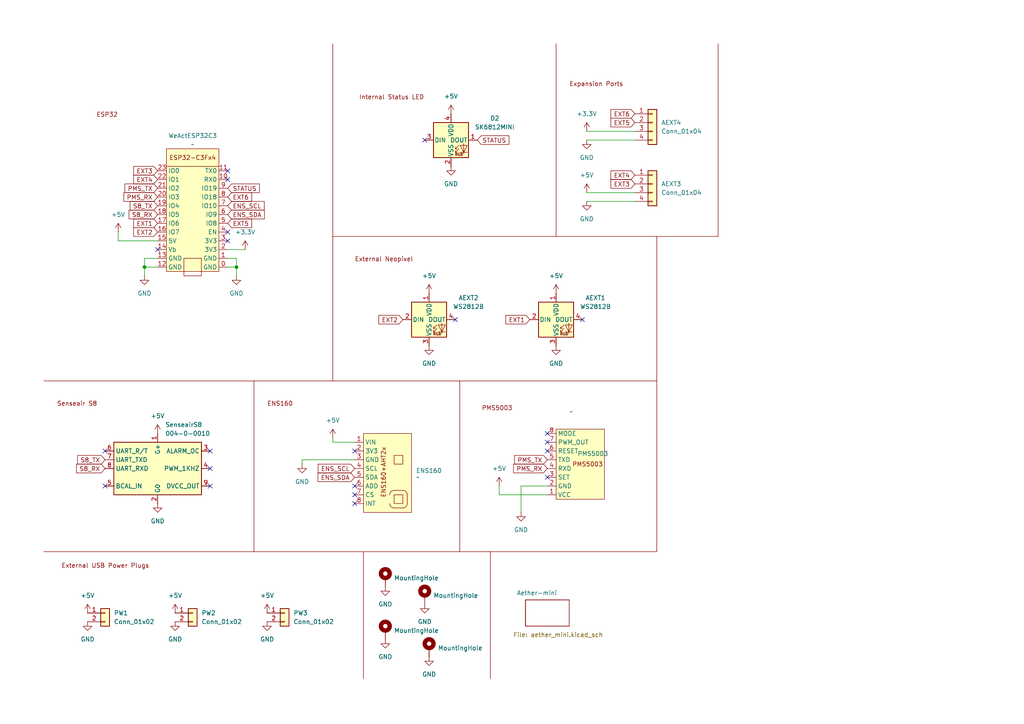
<source format=kicad_sch>
(kicad_sch (version 20231120) (generator "eeschema") (generator_version "8.0")
  (paper "A4")
  (lib_symbols
    (symbol "0_LEDs:WS2812B" (pin_names (offset 0.254))
      (property "Reference" "D1" (at 11.43 6.3186 0))
      (property "Value" "WS2812B" (at 11.43 3.7786 0))
      (symbol "WS2812B_0_0"
        (text "RGB" (at 2.286 -4.191 0) (effects (font (size 0.762 0.762))))
      )
      (symbol "WS2812B_0_1"
        (polyline (pts (xy 1.27 -3.556) (xy 1.778 -3.556)))
        (polyline (pts (xy 1.27 -2.54) (xy 1.778 -2.54)))
        (polyline (pts (xy 4.699 -3.556) (xy 2.667 -3.556)))
        (polyline (pts (xy 2.286 -2.54) (xy 1.27 -3.556) (xy 1.27 -3.048)))
        (polyline (pts (xy 2.286 -1.524) (xy 1.27 -2.54) (xy 1.27 -2.032)))
        (polyline (pts (xy 3.683 -1.016) (xy 3.683 -3.556) (xy 3.683 -4.064)))
        (polyline (pts (xy 4.699 -1.524) (xy 2.667 -1.524) (xy 3.683 -3.556) (xy 4.699 -1.524)))
        (rectangle (start 5.08 5.08) (end -5.08 -5.08) (stroke (width 0.254)) (fill (type background)))
      )
      (symbol "WS2812B_1_1"
        (pin power_in line (at 0 7.62 270) (length 2.54) (name "VDD") (number "1"))
        (pin input line (at -7.62 0 0) (length 2.54) (name "DIN") (number "2"))
        (pin power_in line (at 0 -7.62 90) (length 2.54) (name "VSS") (number "3"))
        (pin output line (at 7.62 0 180) (length 2.54) (name "DOUT") (number "4"))
      )
    )
    (symbol "0_MCU:WeAct_ESP32_C3_Core_Board"
      (property "Reference" "U" (at 0 10.922 0))
      (symbol "WeAct_ESP32_C3_Core_Board_0_1"
        (rectangle (start -2.54 3.81) (end 2.54 -1.27))
        (polyline (pts (xy -7.62 30.48) (xy 7.62 30.48)))
      )
      (symbol "WeAct_ESP32_C3_Core_Board_1_1"
        (rectangle (start -7.62 35.56) (end 7.62 0) (fill (type background)))
        (text "ESP32-C3Fx4" (at 0 33.02 0) (effects (font (size 1.27 1.27))))
        (pin passive line (at 10.16 1.27 180) (length 2.54) (name "GND") (number "0"))
        (pin passive line (at 10.16 3.81 180) (length 2.54) (name "GND") (number "1"))
        (pin passive line (at 10.16 26.67 180) (length 2.54) (name "RX0") (number "10"))
        (pin passive line (at 10.16 29.21 180) (length 2.54) (name "TX0") (number "11"))
        (pin passive line (at -10.16 1.27 0) (length 2.54) (name "GND") (number "12"))
        (pin passive line (at -10.16 3.81 0) (length 2.54) (name "GND") (number "13"))
        (pin passive line (at -10.16 6.35 0) (length 2.54) (name "Vb") (number "14"))
        (pin passive line (at -10.16 8.89 0) (length 2.54) (name "5V") (number "15"))
        (pin passive line (at -10.16 11.43 0) (length 2.54) (name "IO7") (number "16"))
        (pin passive line (at -10.16 13.97 0) (length 2.54) (name "IO6") (number "17"))
        (pin passive line (at -10.16 16.51 0) (length 2.54) (name "IO5") (number "18"))
        (pin passive line (at -10.16 19.05 0) (length 2.54) (name "IO4") (number "19"))
        (pin passive line (at 10.16 6.35 180) (length 2.54) (name "3V3") (number "2"))
        (pin passive line (at -10.16 21.59 0) (length 2.54) (name "IO3") (number "20"))
        (pin passive line (at -10.16 24.13 0) (length 2.54) (name "IO2") (number "21"))
        (pin passive line (at -10.16 26.67 0) (length 2.54) (name "IO1") (number "22"))
        (pin passive line (at -10.16 29.21 0) (length 2.54) (name "IO0") (number "23"))
        (pin passive line (at 10.16 8.89 180) (length 2.54) (name "3V3") (number "3"))
        (pin passive line (at 10.16 11.43 180) (length 2.54) (name "EN") (number "4"))
        (pin passive line (at 10.16 13.97 180) (length 2.54) (name "IO8") (number "5"))
        (pin passive line (at 10.16 16.51 180) (length 2.54) (name "IO9") (number "6"))
        (pin passive line (at 10.16 19.05 180) (length 2.54) (name "IO10") (number "7"))
        (pin passive line (at 10.16 21.59 180) (length 2.54) (name "IO18") (number "8"))
        (pin passive line (at 10.16 24.13 180) (length 2.54) (name "IO19") (number "9"))
      )
    )
    (symbol "0_Sensors:ENS160+AHT2x"
      (property "Reference" "U" (at 6.096 10.414 90))
      (symbol "ENS160+AHT2x_1_1"
        (polyline (pts (xy 6.35 -10.16) (xy 3.81 -10.16)))
        (polyline (pts (xy 6.35 -5.08) (xy 3.81 -5.08)))
        (polyline (pts (xy 7.62 -6.35) (xy 7.62 -8.89)))
        (arc (start 2.54 -8.89) (mid 2.912 -9.788) (end 3.81 -10.16))
        (arc (start 3.81 -5.08) (mid 2.912 -5.452) (end 2.54 -6.35))
        (arc (start 6.35 -10.16) (mid 7.248 -9.788) (end 7.62 -8.89))
        (rectangle (start 6.35 -6.35) (end 3.81 -8.89))
        (rectangle (start 6.35 5.08) (end 3.81 2.54))
        (arc (start 7.62 -6.35) (mid 7.248 -5.452) (end 6.35 -5.08))
        (rectangle (start 8.89 11.43) (end -5.08 -11.43) (fill (type background)))
        (text "ENS160+AHT2x" (at 0.762 0.254 900) (effects (font (size 1.27 1.27))))
        (pin input line (at -7.62 8.89 0) (length 2.54) (name "VIN") (number "1"))
        (pin passive line (at -7.62 6.35 0) (length 2.54) (name "3V3") (number "2"))
        (pin input line (at -7.62 3.81 0) (length 2.54) (name "GND") (number "3"))
        (pin bidirectional line (at -7.62 1.27 0) (length 2.54) (name "SCL") (number "4"))
        (pin bidirectional line (at -7.62 -1.27 0) (length 2.54) (name "SDA") (number "5"))
        (pin passive line (at -7.62 -3.81 0) (length 2.54) (name "ADD") (number "6"))
        (pin passive line (at -7.62 -6.35 0) (length 2.54) (name "CS") (number "7"))
        (pin passive line (at -7.62 -8.89 0) (length 2.54) (name "INT") (number "8"))
      )
    )
    (symbol "0_Sensors:PMS5003"
      (property "Reference" "U" (at 7.874 8.128 0))
      (symbol "PMS5003_1_1"
        (rectangle (start -2.54 10.16) (end 11.43 -10.16) (fill (type background)))
        (text "PMS5003" (at 6.604 0 0) (effects (font (size 1.27 1.27))))
        (pin power_in line (at -5.08 -8.89 0) (length 2.54) (name "VCC") (number "1"))
        (pin power_in line (at -5.08 -6.35 0) (length 2.54) (name "GND") (number "2"))
        (pin input line (at -5.08 -3.81 0) (length 2.54) (name "SET") (number "3"))
        (pin input line (at -5.08 -1.27 0) (length 2.54) (name "RXD") (number "4"))
        (pin output line (at -5.08 1.27 0) (length 2.54) (name "TXD") (number "5"))
        (pin input line (at -5.08 3.81 0) (length 2.54) (name "RESET") (number "6"))
        (pin output line (at -5.08 6.35 0) (length 2.54) (name "PWM_OUT") (number "7"))
        (pin input line (at -5.08 8.89 0) (length 2.54) (name "MODE") (number "8"))
      )
    )
    (symbol "Connector_Generic:Conn_01x02" (pin_names (offset 1.016) hide)
      (property "Reference" "J" (at 0 2.54 0))
      (property "Value" "Conn_01x02" (at 0 -5.08 0))
      (symbol "Conn_01x02_1_1"
        (rectangle (start -1.27 -2.413) (end 0 -2.667) (stroke (width 0.1524)))
        (rectangle (start -1.27 0.127) (end 0 -0.127) (stroke (width 0.1524)))
        (rectangle (start -1.27 1.27) (end 1.27 -3.81) (stroke (width 0.254)) (fill (type background)))
        (pin passive line (at -5.08 0 0) (length 3.81) (name "Pin_1") (number "1"))
        (pin passive line (at -5.08 -2.54 0) (length 3.81) (name "Pin_2") (number "2"))
      )
    )
    (symbol "Connector_Generic:Conn_01x04" (pin_names (offset 1.016) hide)
      (property "Reference" "J" (at 0 5.08 0))
      (property "Value" "Conn_01x04" (at 0 -7.62 0))
      (symbol "Conn_01x04_1_1"
        (rectangle (start -1.27 -4.953) (end 0 -5.207) (stroke (width 0.1524)))
        (rectangle (start -1.27 -2.413) (end 0 -2.667) (stroke (width 0.1524)))
        (rectangle (start -1.27 0.127) (end 0 -0.127) (stroke (width 0.1524)))
        (rectangle (start -1.27 2.667) (end 0 2.413) (stroke (width 0.1524)))
        (rectangle (start -1.27 3.81) (end 1.27 -6.35) (stroke (width 0.254)) (fill (type background)))
        (pin passive line (at -5.08 2.54 0) (length 3.81) (name "Pin_1") (number "1"))
        (pin passive line (at -5.08 0 0) (length 3.81) (name "Pin_2") (number "2"))
        (pin passive line (at -5.08 -2.54 0) (length 3.81) (name "Pin_3") (number "3"))
        (pin passive line (at -5.08 -5.08 0) (length 3.81) (name "Pin_4") (number "4"))
      )
    )
    (symbol "LED:SK6812MINI" (pin_names (offset 0.254))
      (property "Reference" "D" (at 5.08 5.715 0))
      (property "Value" "SK6812MINI" (at 1.27 -5.715 0))
      (symbol "SK6812MINI_0_0"
        (text "RGB" (at 2.286 -4.191 0) (effects (font (size 0.762 0.762))))
      )
      (symbol "SK6812MINI_0_1"
        (polyline (pts (xy 1.27 -3.556) (xy 1.778 -3.556)))
        (polyline (pts (xy 1.27 -2.54) (xy 1.778 -2.54)))
        (polyline (pts (xy 4.699 -3.556) (xy 2.667 -3.556)))
        (polyline (pts (xy 2.286 -2.54) (xy 1.27 -3.556) (xy 1.27 -3.048)))
        (polyline (pts (xy 2.286 -1.524) (xy 1.27 -2.54) (xy 1.27 -2.032)))
        (polyline (pts (xy 3.683 -1.016) (xy 3.683 -3.556) (xy 3.683 -4.064)))
        (polyline (pts (xy 4.699 -1.524) (xy 2.667 -1.524) (xy 3.683 -3.556) (xy 4.699 -1.524)))
        (rectangle (start 5.08 5.08) (end -5.08 -5.08) (stroke (width 0.254)) (fill (type background)))
      )
      (symbol "SK6812MINI_1_1"
        (pin output line (at 7.62 0 180) (length 2.54) (name "DOUT") (number "1"))
        (pin power_in line (at 0 -7.62 90) (length 2.54) (name "VSS") (number "2"))
        (pin input line (at -7.62 0 0) (length 2.54) (name "DIN") (number "3"))
        (pin power_in line (at 0 7.62 270) (length 2.54) (name "VDD") (number "4"))
      )
    )
    (symbol "Mechanical:MountingHole_Pad" (pin_numbers hide) (pin_names (offset 1.016) hide) (exclude_from_sim yes) (in_bom no)
      (property "Reference" "H" (at 0 6.35 0))
      (property "Value" "MountingHole_Pad" (at 0 4.445 0))
      (symbol "MountingHole_Pad_0_1"
        (circle (center 0 1.27) (radius 1.27) (stroke (width 1.27)))
      )
      (symbol "MountingHole_Pad_1_1"
        (pin input line (at 0 -2.54 90) (length 2.54) (name "1") (number "1"))
      )
    )
    (symbol "Sensor_Gas:004-0-0010"
      (property "Reference" "U" (at -11.43 8.89 0))
      (property "Value" "004-0-0010" (at 7.62 8.89 0))
      (symbol "004-0-0010_0_1"
        (rectangle (start -12.7 7.62) (end 12.7 -7.62) (stroke (width 0.254)) (fill (type background)))
      )
      (symbol "004-0-0010_1_1"
        (pin power_in line (at 0 10.16 270) (length 2.54) (name "G+") (number "1"))
        (pin power_in line (at 0 -10.16 90) (length 2.54) (name "G0") (number "2"))
        (pin open_collector line (at 15.24 5.08 180) (length 2.54) (name "ALARM_OC") (number "3"))
        (pin output line (at 15.24 0 180) (length 2.54) (name "PWM_1KHZ") (number "4"))
        (pin input line (at -15.24 -5.08 0) (length 2.54) (name "BCAL_IN") (number "5"))
        (pin output line (at -15.24 5.08 0) (length 2.54) (name "UART_R/T") (number "6"))
        (pin output line (at -15.24 2.54 0) (length 2.54) (name "UART_TXD") (number "7"))
        (pin input line (at -15.24 0 0) (length 2.54) (name "UART_RXD") (number "8"))
        (pin power_out line (at 15.24 -5.08 180) (length 2.54) (name "DVCC_OUT") (number "9"))
      )
    )
    (symbol "WS2812B_1" (pin_names (offset 0.254))
      (property "Reference" "D1" (at 11.43 6.3186 0))
      (property "Value" "WS2812B" (at 11.43 3.7786 0))
      (symbol "WS2812B_1_0_0"
        (text "RGB" (at 2.286 -4.191 0) (effects (font (size 0.762 0.762))))
      )
      (symbol "WS2812B_1_0_1"
        (polyline (pts (xy 1.27 -3.556) (xy 1.778 -3.556)))
        (polyline (pts (xy 1.27 -2.54) (xy 1.778 -2.54)))
        (polyline (pts (xy 4.699 -3.556) (xy 2.667 -3.556)))
        (polyline (pts (xy 2.286 -2.54) (xy 1.27 -3.556) (xy 1.27 -3.048)))
        (polyline (pts (xy 2.286 -1.524) (xy 1.27 -2.54) (xy 1.27 -2.032)))
        (polyline (pts (xy 3.683 -1.016) (xy 3.683 -3.556) (xy 3.683 -4.064)))
        (polyline (pts (xy 4.699 -1.524) (xy 2.667 -1.524) (xy 3.683 -3.556) (xy 4.699 -1.524)))
        (rectangle (start 5.08 5.08) (end -5.08 -5.08) (stroke (width 0.254)) (fill (type background)))
      )
      (symbol "WS2812B_1_1_1"
        (pin power_in line (at 0 7.62 270) (length 2.54) (name "VDD") (number "1"))
        (pin input line (at -7.62 0 0) (length 2.54) (name "DIN") (number "2"))
        (pin power_in line (at 0 -7.62 90) (length 2.54) (name "VSS") (number "3"))
        (pin output line (at 7.62 0 180) (length 2.54) (name "DOUT") (number "4"))
      )
    )
    (symbol "power:+3.3V" (power) (pin_numbers hide) (pin_names (offset 0) hide)
      (property "Value" "+3.3V" (at 0 3.556 0))
      (symbol "+3.3V_0_1"
        (polyline (pts (xy -0.762 1.27) (xy 0 2.54)))
        (polyline (pts (xy 0 0) (xy 0 2.54)))
        (polyline (pts (xy 0 2.54) (xy 0.762 1.27)))
      )
      (symbol "+3.3V_1_1"
        (pin power_in line (at 0 0 90) (length 0) (name "~") (number "1"))
      )
    )
    (symbol "power:+5V" (power) (pin_numbers hide) (pin_names (offset 0) hide)
      (property "Value" "+5V" (at 0 3.556 0))
      (symbol "+5V_0_1"
        (polyline (pts (xy -0.762 1.27) (xy 0 2.54)))
        (polyline (pts (xy 0 0) (xy 0 2.54)))
        (polyline (pts (xy 0 2.54) (xy 0.762 1.27)))
      )
      (symbol "+5V_1_1"
        (pin power_in line (at 0 0 90) (length 0) (name "~") (number "1"))
      )
    )
    (symbol "power:GND" (power) (pin_numbers hide) (pin_names (offset 0) hide)
      (property "Value" "GND" (at 0 -3.81 0))
      (symbol "GND_0_1"
        (polyline (pts (xy 0 0) (xy 0 -1.27) (xy 1.27 -1.27) (xy 0 -2.54) (xy -1.27 -1.27) (xy 0 -1.27)))
      )
      (symbol "GND_1_1"
        (pin power_in line (at 0 0 270) (length 0) (name "~") (number "1"))
      )
    )
  )
  (junction (at 41.91 77.47))
  (junction (at 68.58 77.47))
  (no_connect (at 60.96 135.89))
  (no_connect (at 45.72 72.39))
  (no_connect (at 168.91 92.71))
  (no_connect (at 123.19 40.64))
  (no_connect (at 102.87 143.51))
  (no_connect (at 158.75 130.81))
  (no_connect (at 30.48 140.97))
  (no_connect (at 66.04 49.53))
  (no_connect (at 102.87 140.97))
  (no_connect (at 102.87 146.05))
  (no_connect (at 66.04 52.07))
  (no_connect (at 158.75 125.73))
  (no_connect (at 66.04 67.31))
  (no_connect (at 60.96 130.81))
  (no_connect (at 102.87 130.81))
  (no_connect (at 30.48 130.81))
  (no_connect (at 66.04 69.85))
  (no_connect (at 60.96 140.97))
  (no_connect (at 132.08 92.71))
  (no_connect (at 158.75 138.43))
  (no_connect (at 158.75 128.27))
  (wire (pts (xy 66.04 77.47) (xy 68.58 77.47)))
  (wire (pts (xy 68.58 74.93) (xy 68.58 77.47)))
  (wire (pts (xy 34.29 67.31) (xy 34.29 69.85)))
  (polyline (pts (xy 142.24 160.02) (xy 142.24 160.02)) (stroke (width 0) (color 132 0 0 1)))
  (polyline (pts (xy 161.29 12.7) (xy 161.29 68.58)) (stroke (width 0) (color 132 0 0 1)))
  (polyline (pts (xy 73.66 110.49) (xy 133.35 110.49)) (stroke (width 0) (color 132 0 0 1)))
  (wire (pts (xy 71.12 72.39) (xy 66.04 72.39)))
  (polyline (pts (xy 96.52 12.7) (xy 96.52 110.49)) (stroke (width 0) (color 132 0 0 1)))
  (wire (pts (xy 68.58 77.47) (xy 68.58 80.01)))
  (wire (pts (xy 170.18 40.64) (xy 184.15 40.64)))
  (wire (pts (xy 151.13 148.59) (xy 151.13 140.97)))
  (wire (pts (xy 170.18 55.88) (xy 184.15 55.88)))
  (wire (pts (xy 87.63 133.35) (xy 87.63 134.62)))
  (wire (pts (xy 96.52 128.27) (xy 96.52 127)))
  (polyline (pts (xy 105.41 160.02) (xy 105.41 196.85)) (stroke (width 0) (color 132 0 0 1)))
  (wire (pts (xy 41.91 77.47) (xy 45.72 77.47)))
  (polyline (pts (xy 105.41 160.02) (xy 142.24 160.02)) (stroke (width 0) (color 132 0 0 1)))
  (wire (pts (xy 144.78 143.51) (xy 144.78 140.97)))
  (polyline (pts (xy 96.52 68.58) (xy 190.5 68.58)) (stroke (width 0) (color 132 0 0 1)))
  (wire (pts (xy 41.91 74.93) (xy 41.91 77.47)))
  (polyline (pts (xy 142.24 160.02) (xy 142.24 196.85)) (stroke (width 0) (color 132 0 0 1)))
  (polyline (pts (xy 208.28 12.7) (xy 208.28 68.58)) (stroke (width 0) (color 132 0 0 1)))
  (wire (pts (xy 45.72 74.93) (xy 41.91 74.93)))
  (wire (pts (xy 170.18 58.42) (xy 184.15 58.42)))
  (polyline (pts (xy 133.35 110.49) (xy 133.35 160.02)) (stroke (width 0) (color 132 0 0 1)))
  (wire (pts (xy 66.04 74.93) (xy 68.58 74.93)))
  (polyline (pts (xy 190.5 68.58) (xy 190.5 110.49)) (stroke (width 0) (color 132 0 0 1)))
  (polyline (pts (xy 190.5 68.58) (xy 208.28 68.58)) (stroke (width 0) (color 132 0 0 1)))
  (wire (pts (xy 34.29 69.85) (xy 45.72 69.85)))
  (polyline (pts (xy 190.5 160.02) (xy 140.97 160.02)) (stroke (width 0) (color 132 0 0 1)))
  (polyline (pts (xy 12.7 160.02) (xy 105.41 160.02)) (stroke (width 0) (color 132 0 0 1)))
  (polyline (pts (xy 12.7 110.49) (xy 73.66 110.49)) (stroke (width 0) (color 132 0 0 1)))
  (wire (pts (xy 151.13 140.97) (xy 158.75 140.97)))
  (wire (pts (xy 144.78 143.51) (xy 158.75 143.51)))
  (polyline (pts (xy 73.66 110.49) (xy 73.66 160.02)) (stroke (width 0) (color 132 0 0 1)))
  (polyline (pts (xy 133.35 110.49) (xy 190.5 110.49)) (stroke (width 0) (color 132 0 0 1)))
  (wire (pts (xy 102.87 133.35) (xy 87.63 133.35)))
  (wire (pts (xy 170.18 38.1) (xy 184.15 38.1)))
  (polyline (pts (xy 190.5 110.49) (xy 190.5 160.02)) (stroke (width 0) (color 132 0 0 1)))
  (wire (pts (xy 41.91 80.01) (xy 41.91 77.47)))
  (wire (pts (xy 102.87 128.27) (xy 96.52 128.27)))
  (label "Senseair S8" (at 16.51 118.11 0))
  (label "Internal Status LED" (at 104.14 29.21 0))
  (label "External USB Power Plugs" (at 17.78 165.1 0))
  (label "Expansion Ports" (at 165.1 25.4 0))
  (label "ENS160" (at 77.47 118.11 0))
  (label "ESP32" (at 27.94 34.29 0))
  (label "PMS5003" (at 139.7 119.38 0))
  (label "External Neopixel" (at 102.87 76.2 0))
  (global_label "PMS_TX" (shape input) (at 45.72 54.61 180) (property "Intersheetrefs" "${INTERSHEET_REFS}" (effects (hide yes))))
  (global_label "EXT5" (shape input) (at 184.15 35.56 180) (property "Intersheetrefs" "${INTERSHEET_REFS}" (effects (hide yes))))
  (global_label "ENS_SDA" (shape input) (at 66.04 62.23 0) (property "Intersheetrefs" "${INTERSHEET_REFS}" (effects (hide yes))))
  (global_label "ENS_SDA" (shape input) (at 102.87 138.43 180) (property "Intersheetrefs" "${INTERSHEET_REFS}" (effects (hide yes))))
  (global_label "ENS_SCL" (shape input) (at 102.87 135.89 180) (property "Intersheetrefs" "${INTERSHEET_REFS}" (effects (hide yes))))
  (global_label "PMS_RX" (shape input) (at 45.72 57.15 180) (property "Intersheetrefs" "${INTERSHEET_REFS}" (effects (hide yes))))
  (global_label "EXT1" (shape input) (at 45.72 64.77 180) (property "Intersheetrefs" "${INTERSHEET_REFS}" (effects (hide yes))))
  (global_label "EXT2" (shape input) (at 45.72 67.31 180) (property "Intersheetrefs" "${INTERSHEET_REFS}" (effects (hide yes))))
  (global_label "EXT3" (shape input) (at 184.15 53.34 180) (property "Intersheetrefs" "${INTERSHEET_REFS}" (effects (hide yes))))
  (global_label "STATUS" (shape input) (at 138.43 40.64 0) (property "Intersheetrefs" "${INTERSHEET_REFS}" (effects (hide yes))))
  (global_label "STATUS" (shape input) (at 66.04 54.61 0) (property "Intersheetrefs" "${INTERSHEET_REFS}" (effects (hide yes))))
  (global_label "EXT6" (shape input) (at 184.15 33.02 180) (property "Intersheetrefs" "${INTERSHEET_REFS}" (effects (hide yes))))
  (global_label "PMS_TX" (shape input) (at 158.75 133.35 180) (property "Intersheetrefs" "${INTERSHEET_REFS}" (effects (hide yes))))
  (global_label "ENS_SCL" (shape input) (at 66.04 59.69 0) (property "Intersheetrefs" "${INTERSHEET_REFS}" (effects (hide yes))))
  (global_label "S8_TX" (shape input) (at 30.48 133.35 180) (property "Intersheetrefs" "${INTERSHEET_REFS}" (effects (hide yes))))
  (global_label "EXT3" (shape input) (at 45.72 49.53 180) (property "Intersheetrefs" "${INTERSHEET_REFS}" (effects (hide yes))))
  (global_label "S8_TX" (shape input) (at 45.72 59.69 180) (property "Intersheetrefs" "${INTERSHEET_REFS}" (effects (hide yes))))
  (global_label "EXT4" (shape input) (at 184.15 50.8 180) (property "Intersheetrefs" "${INTERSHEET_REFS}" (effects (hide yes))))
  (global_label "EXT5" (shape input) (at 66.04 64.77 0) (property "Intersheetrefs" "${INTERSHEET_REFS}" (effects (hide yes))))
  (global_label "EXT2" (shape input) (at 116.84 92.71 180) (property "Intersheetrefs" "${INTERSHEET_REFS}" (effects (hide yes))))
  (global_label "S8_RX" (shape input) (at 30.48 135.89 180) (property "Intersheetrefs" "${INTERSHEET_REFS}" (effects (hide yes))))
  (global_label "EXT1" (shape input) (at 153.67 92.71 180) (property "Intersheetrefs" "${INTERSHEET_REFS}" (effects (hide yes))))
  (global_label "PMS_RX" (shape input) (at 158.75 135.89 180) (property "Intersheetrefs" "${INTERSHEET_REFS}" (effects (hide yes))))
  (global_label "EXT4" (shape input) (at 45.72 52.07 180) (property "Intersheetrefs" "${INTERSHEET_REFS}" (effects (hide yes))))
  (global_label "EXT6" (shape input) (at 66.04 57.15 0) (property "Intersheetrefs" "${INTERSHEET_REFS}" (effects (hide yes))))
  (global_label "S8_RX" (shape input) (at 45.72 62.23 180) (property "Intersheetrefs" "${INTERSHEET_REFS}" (effects (hide yes))))
  (symbol (lib_id "power:GND") (at 151.13 148.59 0) (unit 1)
    (property "Reference" "#PWR015" (effects (hide yes)))
    (property "Value" "GND" (at 151.13 153.67 0))
    (property "Description" "Power symbol creates a global label with name \"GND\" , ground" (effects (hide yes)))
  )
  (symbol (lib_id "power:GND") (at 45.72 146.05 0) (unit 1)
    (property "Reference" "#PWR012" (effects (hide yes)))
    (property "Value" "GND" (at 45.72 151.13 0))
    (property "Description" "Power symbol creates a global label with name \"GND\" , ground" (effects (hide yes)))
  )
  (symbol (lib_id "Sensor_Gas:004-0-0010") (at 45.72 135.89 0) (unit 1)
    (property "Reference" "SenseairS8" (at 47.9141 123.19 0) (effects (justify left)))
    (property "Value" "004-0-0010" (at 47.9141 125.73 0) (effects (justify left)))
    (property "Footprint" "Sensor:Senseair_S8_Down" (effects (hide yes)))
    (property "Datasheet" "https://rmtplusstoragesenseair.blob.core.windows.net/docs/publicerat/PSP103.pdf" (effects (hide yes)))
    (property "Description" "S8 Commercial, CO2 sensor, 400-2000 PPM, 1kHz PWM output, Modbus, THT" (effects (hide yes)))
  )
  (symbol (lib_id "Connector_Generic:Conn_01x02") (at 55.88 177.8 0) (unit 1)
    (property "Reference" "PW2" (at 58.42 177.7999 0) (effects (justify left)))
    (property "Value" "Conn_01x02" (at 58.42 180.3399 0) (effects (justify left)))
    (property "Footprint" "Connector_JST:JST_PH_B2B-PH-K_1x02_P2.00mm_Vertical" (effects (hide yes)))
    (property "Description" "Generic connector, single row, 01x02, script generated (kicad-library-utils/schlib/autogen/connector/)" (effects (hide yes)))
  )
  (symbol (lib_id "power:GND") (at 124.46 190.5 0) (unit 1)
    (property "Reference" "#PWR029" (effects (hide yes)))
    (property "Value" "GND" (at 124.46 195.58 0))
    (property "Description" "Power symbol creates a global label with name \"GND\" , ground" (effects (hide yes)))
  )
  (symbol (lib_id "power:+3.3V") (at 71.12 72.39 0) (unit 1)
    (property "Reference" "#PWR026" (effects (hide yes)))
    (property "Value" "+3.3V" (at 71.12 67.31 0))
    (property "Description" "Power symbol creates a global label with name \"+3.3V\"" (effects (hide yes)))
  )
  (symbol (lib_id "power:GND") (at 170.18 58.42 0) (unit 1)
    (property "Reference" "#PWR023" (effects (hide yes)))
    (property "Value" "GND" (at 170.18 63.5 0))
    (property "Description" "Power symbol creates a global label with name \"GND\" , ground" (effects (hide yes)))
  )
  (symbol (lib_id "power:GND") (at 50.8 180.34 0) (unit 1)
    (property "Reference" "#PWR03" (effects (hide yes)))
    (property "Value" "GND" (at 50.8 185.42 0))
    (property "Description" "Power symbol creates a global label with name \"GND\" , ground" (effects (hide yes)))
  )
  (symbol (lib_id "0_Sensors:PMS5003") (at 163.83 134.62 0) (unit 1)
    (property "Reference" "PMS5003" (at 171.958 131.572 0))
    (property "Value" "~" (at 165.735 119.38 0))
    (property "Footprint" "Connector_JST:JST_XH_B5B-XH-A_1x05_P2.50mm_Vertical" (effects (hide yes)))
  )
  (symbol (lib_id "power:+5V") (at 77.47 177.8 0) (unit 1)
    (property "Reference" "#PWR07" (effects (hide yes)))
    (property "Value" "+5V" (at 77.47 172.72 0))
    (property "Description" "Power symbol creates a global label with name \"+5V\"" (effects (hide yes)))
  )
  (symbol (lib_id "LED:SK6812MINI") (at 130.81 40.64 0) (unit 1)
    (property "Reference" "D2" (at 143.51 34.3214 0))
    (property "Value" "SK6812MINI" (at 143.51 36.8614 0))
    (property "Footprint" "LED_SMD:LED_SK6812MINI_PLCC4_3.5x3.5mm_P1.75mm" (effects (hide yes)))
    (property "Datasheet" "https://cdn-shop.adafruit.com/product-files/2686/SK6812MINI_REV.01-1-2.pdf" (effects (hide yes)))
    (property "Description" "RGB LED with integrated controller" (effects (hide yes)))
  )
  (symbol (lib_id "power:+5V") (at 96.52 127 0) (unit 1)
    (property "Reference" "#PWR011" (effects (hide yes)))
    (property "Value" "+5V" (at 96.52 121.92 0))
    (property "Description" "Power symbol creates a global label with name \"+5V\"" (effects (hide yes)))
  )
  (symbol (lib_id "power:+5V") (at 34.29 67.31 0) (unit 1)
    (property "Reference" "#PWR09" (effects (hide yes)))
    (property "Value" "+5V" (at 34.29 62.23 0))
    (property "Description" "Power symbol creates a global label with name \"+5V\"" (effects (hide yes)))
  )
  (symbol (lib_id "0_Sensors:ENS160+AHT2x") (at 110.49 137.16 0) (unit 1)
    (property "Reference" "ENS160" (at 120.65 136.5249 0) (effects (justify left)))
    (property "Value" "~" (at 120.65 138.43 0) (effects (justify left)))
    (property "Footprint" "Connector_PinHeader_2.54mm:PinHeader_1x08_P2.54mm_Vertical" (effects (hide yes)))
  )
  (symbol (lib_id "Mechanical:MountingHole_Pad") (at 111.76 167.64 0) (unit 1) (exclude_from_sim yes) (in_bom no)
    (property "Reference" "H1" (effects (hide yes)))
    (property "Value" "MountingHole" (at 114.3 167.6399 0) (effects (justify left)))
    (property "Footprint" "MountingHole:MountingHole_3.2mm_M3_DIN965_Pad" (effects (hide yes)))
    (property "Description" "Mounting Hole with connection" (effects (hide yes)))
  )
  (symbol (lib_id "power:+3.3V") (at 170.18 38.1 0) (unit 1)
    (property "Reference" "#PWR025" (effects (hide yes)))
    (property "Value" "+3.3V" (at 170.18 33.02 0))
    (property "Description" "Power symbol creates a global label with name \"+3.3V\"" (effects (hide yes)))
  )
  (symbol (lib_id "power:GND") (at 161.29 100.33 0) (unit 1)
    (property "Reference" "#PWR016" (effects (hide yes)))
    (property "Value" "GND" (at 161.29 105.41 0))
    (property "Description" "Power symbol creates a global label with name \"GND\" , ground" (effects (hide yes)))
  )
  (symbol (lib_id "power:GND") (at 41.91 80.01 0) (unit 1)
    (property "Reference" "#PWR01" (effects (hide yes)))
    (property "Value" "GND" (at 41.91 85.09 0))
    (property "Description" "Power symbol creates a global label with name \"GND\" , ground" (effects (hide yes)))
  )
  (symbol (lib_id "Mechanical:MountingHole_Pad") (at 111.76 182.88 0) (unit 1) (exclude_from_sim yes) (in_bom no)
    (property "Reference" "H3" (effects (hide yes)))
    (property "Value" "MountingHole" (at 114.3 182.8799 0) (effects (justify left)))
    (property "Footprint" "MountingHole:MountingHole_3.2mm_M3_DIN965_Pad" (effects (hide yes)))
    (property "Description" "Mounting Hole with connection" (effects (hide yes)))
  )
  (symbol (lib_id "power:+5V") (at 25.4 177.8 0) (unit 1)
    (property "Reference" "#PWR08" (effects (hide yes)))
    (property "Value" "+5V" (at 25.4 172.72 0))
    (property "Description" "Power symbol creates a global label with name \"+5V\"" (effects (hide yes)))
  )
  (symbol (lib_id "power:GND") (at 87.63 134.62 0) (unit 1)
    (property "Reference" "#PWR010" (effects (hide yes)))
    (property "Value" "GND" (at 87.63 139.7 0))
    (property "Description" "Power symbol creates a global label with name \"GND\" , ground" (effects (hide yes)))
  )
  (symbol (lib_id "Mechanical:MountingHole_Pad") (at 123.19 172.72 0) (unit 1) (exclude_from_sim yes) (in_bom no)
    (property "Reference" "H2" (effects (hide yes)))
    (property "Value" "MountingHole" (at 125.73 172.7199 0) (effects (justify left)))
    (property "Footprint" "MountingHole:MountingHole_3.2mm_M3_DIN965_Pad" (effects (hide yes)))
    (property "Description" "Mounting Hole with connection" (effects (hide yes)))
  )
  (symbol (lib_id "power:GND") (at 68.58 80.01 0) (unit 1)
    (property "Reference" "#PWR02" (effects (hide yes)))
    (property "Value" "GND" (at 68.58 85.09 0))
    (property "Description" "Power symbol creates a global label with name \"GND\" , ground" (effects (hide yes)))
  )
  (symbol (lib_name "WS2812B_1") (lib_id "LED:WS2812B") (at 161.29 92.71 0) (unit 1)
    (property "Reference" "AEXT1" (at 172.72 86.3914 0))
    (property "Value" "WS2812B" (at 172.72 88.9314 0))
    (property "Footprint" "Connector_JST:JST_XH_B3B-XH-A_1x03_P2.50mm_Vertical" (effects (hide yes)))
    (property "Datasheet" "https://cdn-shop.adafruit.com/datasheets/WS2812B.pdf" (effects (hide yes)))
    (property "Description" "RGB LED with integrated controller" (effects (hide yes)))
  )
  (symbol (lib_id "power:+5V") (at 161.29 85.09 0) (unit 1)
    (property "Reference" "#PWR018" (effects (hide yes)))
    (property "Value" "+5V" (at 161.29 80.01 0))
    (property "Description" "Power symbol creates a global label with name \"+5V\"" (effects (hide yes)))
  )
  (symbol (lib_id "power:GND") (at 111.76 170.18 0) (unit 1)
    (property "Reference" "#PWR027" (effects (hide yes)))
    (property "Value" "GND" (at 111.76 175.26 0))
    (property "Description" "Power symbol creates a global label with name \"GND\" , ground" (effects (hide yes)))
  )
  (symbol (lib_id "power:GND") (at 77.47 180.34 0) (unit 1)
    (property "Reference" "#PWR05" (effects (hide yes)))
    (property "Value" "GND" (at 77.47 185.42 0))
    (property "Description" "Power symbol creates a global label with name \"GND\" , ground" (effects (hide yes)))
  )
  (symbol (lib_id "power:+5V") (at 130.81 33.02 0) (unit 1)
    (property "Reference" "#PWR020" (effects (hide yes)))
    (property "Value" "+5V" (at 130.81 27.94 0))
    (property "Description" "Power symbol creates a global label with name \"+5V\"" (effects (hide yes)))
  )
  (symbol (lib_id "power:+5V") (at 45.72 125.73 0) (unit 1)
    (property "Reference" "#PWR013" (effects (hide yes)))
    (property "Value" "+5V" (at 45.72 120.65 0))
    (property "Description" "Power symbol creates a global label with name \"+5V\"" (effects (hide yes)))
  )
  (symbol (lib_id "power:GND") (at 123.19 175.26 0) (unit 1)
    (property "Reference" "#PWR030" (effects (hide yes)))
    (property "Value" "GND" (at 123.19 180.34 0))
    (property "Description" "Power symbol creates a global label with name \"GND\" , ground" (effects (hide yes)))
  )
  (symbol (lib_id "power:GND") (at 170.18 40.64 0) (unit 1)
    (property "Reference" "#PWR024" (effects (hide yes)))
    (property "Value" "GND" (at 170.18 45.72 0))
    (property "Description" "Power symbol creates a global label with name \"GND\" , ground" (effects (hide yes)))
  )
  (symbol (lib_id "0_MCU:WeAct_ESP32_C3_Core_Board") (at 55.88 78.74 0) (unit 1)
    (property "Reference" "WeActESP32C3" (at 55.88 39.37 0))
    (property "Value" "~" (at 55.88 41.91 0))
    (property "Footprint" "0_WeAct:WeAct ESP32-C3Fx4 Core mini" (effects (hide yes)))
  )
  (symbol (lib_id "power:+5V") (at 50.8 177.8 0) (unit 1)
    (property "Reference" "#PWR06" (effects (hide yes)))
    (property "Value" "+5V" (at 50.8 172.72 0))
    (property "Description" "Power symbol creates a global label with name \"+5V\"" (effects (hide yes)))
  )
  (symbol (lib_id "power:GND") (at 25.4 180.34 0) (unit 1)
    (property "Reference" "#PWR04" (effects (hide yes)))
    (property "Value" "GND" (at 25.4 185.42 0))
    (property "Description" "Power symbol creates a global label with name \"GND\" , ground" (effects (hide yes)))
  )
  (symbol (lib_id "power:+5V") (at 144.78 140.97 0) (unit 1)
    (property "Reference" "#PWR014" (effects (hide yes)))
    (property "Value" "+5V" (at 144.78 135.89 0))
    (property "Description" "Power symbol creates a global label with name \"+5V\"" (effects (hide yes)))
  )
  (symbol (lib_id "power:+5V") (at 170.18 55.88 0) (unit 1)
    (property "Reference" "#PWR022" (effects (hide yes)))
    (property "Value" "+5V" (at 170.18 50.8 0))
    (property "Description" "Power symbol creates a global label with name \"+5V\"" (effects (hide yes)))
  )
  (symbol (lib_id "Connector_Generic:Conn_01x04") (at 189.23 35.56 0) (unit 1)
    (property "Reference" "AEXT4" (at 191.77 35.5599 0) (effects (justify left)))
    (property "Value" "Conn_01x04" (at 191.77 38.0999 0) (effects (justify left)))
    (property "Footprint" "Connector_JST:JST_XH_B4B-XH-A_1x04_P2.50mm_Vertical" (effects (hide yes)))
    (property "Description" "Generic connector, single row, 01x04, script generated (kicad-library-utils/schlib/autogen/connector/)" (effects (hide yes)))
  )
  (symbol (lib_id "Connector_Generic:Conn_01x04") (at 189.23 53.34 0) (unit 1)
    (property "Reference" "AEXT3" (at 191.77 53.3399 0) (effects (justify left)))
    (property "Value" "Conn_01x04" (at 191.77 55.8799 0) (effects (justify left)))
    (property "Footprint" "Connector_JST:JST_XH_B4B-XH-A_1x04_P2.50mm_Vertical" (effects (hide yes)))
    (property "Description" "Generic connector, single row, 01x04, script generated (kicad-library-utils/schlib/autogen/connector/)" (effects (hide yes)))
  )
  (symbol (lib_id "0_LEDs:WS2812B") (at 124.46 92.71 0) (unit 1)
    (property "Reference" "AEXT2" (at 135.89 86.3914 0))
    (property "Value" "WS2812B" (at 135.89 88.9314 0))
    (property "Footprint" "Connector_JST:JST_XH_B3B-XH-A_1x03_P2.50mm_Vertical" (effects (hide yes)))
    (property "Datasheet" "https://cdn-shop.adafruit.com/datasheets/WS2812B.pdf" (effects (hide yes)))
    (property "Description" "RGB LED with integrated controller" (effects (hide yes)))
  )
  (symbol (lib_id "Connector_Generic:Conn_01x02") (at 30.48 177.8 0) (unit 1)
    (property "Reference" "PW1" (at 33.02 177.7999 0) (effects (justify left)))
    (property "Value" "Conn_01x02" (at 33.02 180.3399 0) (effects (justify left)))
    (property "Footprint" "Connector_JST:JST_PH_B2B-PH-K_1x02_P2.00mm_Vertical" (effects (hide yes)))
    (property "Description" "Generic connector, single row, 01x02, script generated (kicad-library-utils/schlib/autogen/connector/)" (effects (hide yes)))
  )
  (symbol (lib_id "Connector_Generic:Conn_01x02") (at 82.55 177.8 0) (unit 1)
    (property "Reference" "PW3" (at 85.09 177.7999 0) (effects (justify left)))
    (property "Value" "Conn_01x02" (at 85.09 180.3399 0) (effects (justify left)))
    (property "Footprint" "Connector_JST:JST_PH_B2B-PH-K_1x02_P2.00mm_Vertical" (effects (hide yes)))
    (property "Description" "Generic connector, single row, 01x02, script generated (kicad-library-utils/schlib/autogen/connector/)" (effects (hide yes)))
  )
  (symbol (lib_id "power:GND") (at 124.46 100.33 0) (unit 1)
    (property "Reference" "#PWR017" (effects (hide yes)))
    (property "Value" "GND" (at 124.46 105.41 0))
    (property "Description" "Power symbol creates a global label with name \"GND\" , ground" (effects (hide yes)))
  )
  (symbol (lib_id "power:GND") (at 111.76 185.42 0) (unit 1)
    (property "Reference" "#PWR028" (effects (hide yes)))
    (property "Value" "GND" (at 111.76 190.5 0))
    (property "Description" "Power symbol creates a global label with name \"GND\" , ground" (effects (hide yes)))
  )
  (symbol (lib_id "Mechanical:MountingHole_Pad") (at 124.46 187.96 0) (unit 1) (exclude_from_sim yes) (in_bom no)
    (property "Reference" "H4" (effects (hide yes)))
    (property "Value" "MountingHole" (at 127 187.9599 0) (effects (justify left)))
    (property "Footprint" "MountingHole:MountingHole_3.2mm_M3_DIN965_Pad" (effects (hide yes)))
    (property "Description" "Mounting Hole with connection" (effects (hide yes)))
  )
  (symbol (lib_id "power:+5V") (at 124.46 85.09 0) (unit 1)
    (property "Reference" "#PWR019" (effects (hide yes)))
    (property "Value" "+5V" (at 124.46 80.01 0))
    (property "Description" "Power symbol creates a global label with name \"+5V\"" (effects (hide yes)))
  )
  (symbol (lib_id "power:GND") (at 130.81 48.26 0) (unit 1)
    (property "Reference" "#PWR021" (effects (hide yes)))
    (property "Value" "GND" (at 130.81 53.34 0))
    (property "Description" "Power symbol creates a global label with name \"GND\" , ground" (effects (hide yes)))
  )
  (sheet (at 152.4 173.99) (size 12.7 7.62) (stroke (width 0.1524))
    (property "Sheetname" "Aether-mini" (at 149.86 172.72 0) (effects (justify left bottom)))
    (property "Sheetfile" "aether_mini.kicad_sch" (at 148.844 183.388 0) (effects (justify left top)))
  )
)
</source>
